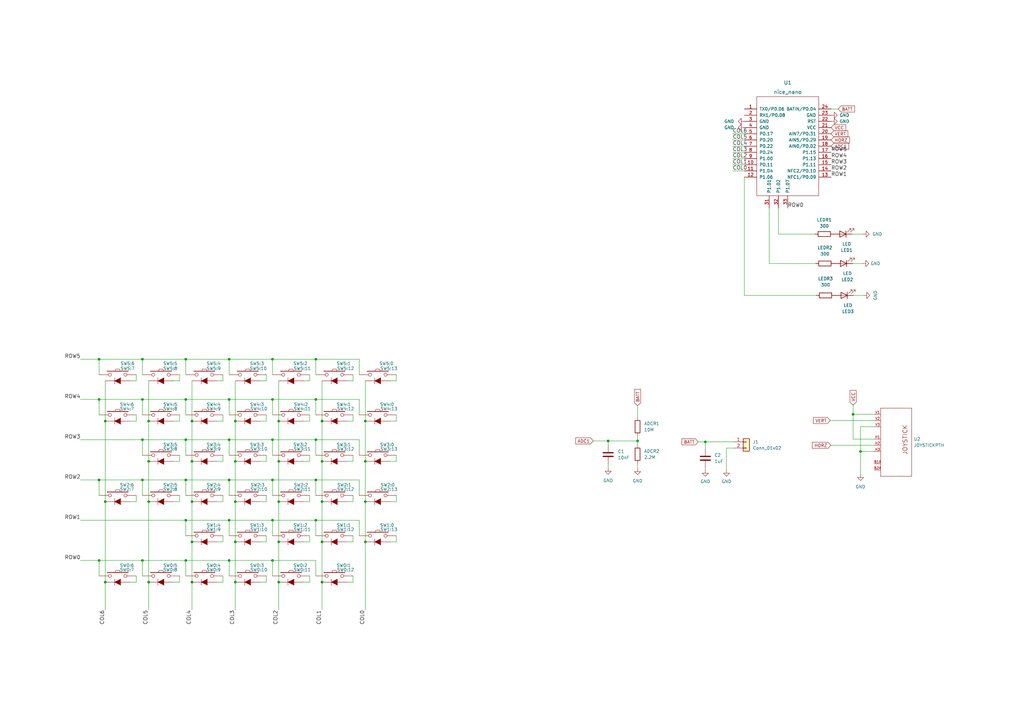
<source format=kicad_sch>
(kicad_sch (version 20211123) (generator eeschema)
  (paper "A3")
  (title_block (date "29 sep 2012"))
  (lib_symbols
    (symbol "Connector_Generic:Conn_01x02" (pin_names (offset 1.016) hide)
      (property "Reference" "J" (at 0 2.54 0))
      (property "Value" "Conn_01x02" (at 0 -5.08 0))
      (symbol "Conn_01x02_1_1"
        (rectangle (start -1.27 -2.413) (end 0 -2.667) (stroke (width 0.1524)))
        (rectangle (start -1.27 0.127) (end 0 -0.127) (stroke (width 0.1524)))
        (rectangle (start -1.27 1.27) (end 1.27 -3.81) (stroke (width 0.254)) (fill (type background)))
        (pin passive line (at -5.08 0 0) (length 3.81) (name "Pin_1") (number "1"))
        (pin passive line (at -5.08 -2.54 0) (length 3.81) (name "Pin_2") (number "2"))
      )
    )
    (symbol "Device:C" (pin_numbers hide) (pin_names (offset 0.254))
      (property "Reference" "C" (at 0.635 2.54 0))
      (property "Value" "C" (at 0.635 -2.54 0))
      (symbol "C_0_1"
        (polyline (pts (xy -2.032 -0.762) (xy 2.032 -0.762)) (stroke (width 0.508)))
        (polyline (pts (xy -2.032 0.762) (xy 2.032 0.762)) (stroke (width 0.508)))
      )
      (symbol "C_1_1"
        (pin passive line (at 0 3.81 270) (length 2.794) (name "~") (number "1"))
        (pin passive line (at 0 -3.81 90) (length 2.794) (name "~") (number "2"))
      )
    )
    (symbol "Device:LED" (pin_numbers hide) (pin_names (offset 1.016) hide)
      (property "Reference" "D" (at 0 2.54 0))
      (property "Value" "LED" (at 0 -2.54 0))
      (symbol "LED_0_1"
        (polyline (pts (xy -1.27 -1.27) (xy -1.27 1.27)) (stroke (width 0.254)))
        (polyline (pts (xy -1.27 0) (xy 1.27 0)))
        (polyline (pts (xy 1.27 -1.27) (xy 1.27 1.27) (xy -1.27 0) (xy 1.27 -1.27)) (stroke (width 0.254)))
        (polyline (pts (xy -3.048 -0.762) (xy -4.572 -2.286) (xy -3.81 -2.286) (xy -4.572 -2.286) (xy -4.572 -1.524)))
        (polyline (pts (xy -1.778 -0.762) (xy -3.302 -2.286) (xy -2.54 -2.286) (xy -3.302 -2.286) (xy -3.302 -1.524)))
      )
      (symbol "LED_1_1"
        (pin passive line (at -3.81 0 0) (length 2.54) (name "K") (number "1"))
        (pin passive line (at 3.81 0 180) (length 2.54) (name "A") (number "2"))
      )
    )
    (symbol "Device:R" (pin_numbers hide) (pin_names (offset 0))
      (property "Reference" "R" (at 2.032 0 90))
      (property "Value" "R" (at 0 0 90))
      (symbol "R_0_1"
        (rectangle (start -1.016 -2.54) (end 1.016 2.54) (stroke (width 0.254)))
      )
      (symbol "R_1_1"
        (pin passive line (at 0 3.81 270) (length 1.27) (name "~") (number "1"))
        (pin passive line (at 0 -3.81 90) (length 1.27) (name "~") (number "2"))
      )
    )
    (symbol "SparkFun:JOYSTICKPTH" (pin_names (offset 1.016) hide)
      (property "Reference" "U" (at -7.62 13.462 0))
      (property "Value" "JOYSTICKPTH" (at -7.62 -17.78 0))
      (symbol "JOYSTICKPTH_1_0"
        (polyline (pts (xy -7.62 -15.24) (xy -7.62 12.7)))
        (polyline (pts (xy -7.62 12.7) (xy 5.08 12.7)))
        (polyline (pts (xy 5.08 -15.24) (xy -7.62 -15.24)))
        (polyline (pts (xy 5.08 12.7) (xy 5.08 -15.24)))
        (text "JOYSTICK" (at 2.413 -0.254 900) (effects (font (size 1.778 1.778))))
      )
      (symbol "JOYSTICKPTH_1_1"
        (pin bidirectional line (at -10.16 -10.16 0) (length 2.54) (name "SEL+") (number "B1A"))
        (pin bidirectional line (at -10.16 -12.7 0) (length 2.54) (name "SEL-") (number "B2A"))
        (pin bidirectional line (at -10.16 0 0) (length 2.54) (name "H+") (number "H1"))
        (pin bidirectional line (at -10.16 -2.54 0) (length 2.54) (name "H") (number "H2"))
        (pin bidirectional line (at -10.16 -5.08 0) (length 2.54) (name "H-") (number "H3"))
        (pin bidirectional line (at -10.16 10.16 0) (length 2.54) (name "V+") (number "V1"))
        (pin bidirectional line (at -10.16 7.62 0) (length 2.54) (name "V") (number "V2"))
        (pin bidirectional line (at -10.16 5.08 0) (length 2.54) (name "V-") (number "V3"))
      )
    )
    (symbol "component:SWITCH_DIODE" (pin_numbers hide) (pin_names (offset 1.016) hide)
      (property "Reference" "SW" (at 3.81 2.794 0))
      (property "Value" "SWITCH_DIODE" (at 0 -2.032 0))
      (symbol "SWITCH_DIODE_0_1"
        (rectangle (start -4.318 1.27) (end 4.318 1.524))
        (polyline (pts (xy -1.27 -1.27) (xy -1.27 -3.81)))
        (polyline (pts (xy 1.27 -1.27) (xy -1.27 -2.54) (xy 1.27 -3.81)) (fill (type outline)))
        (polyline (pts (xy -1.016 1.524) (xy -0.762 2.286) (xy 0.762 2.286) (xy 1.016 1.524)))
        (pin passive inverted (at -7.62 0 0) (length 5.08) (name "1") (number "1"))
        (pin passive inverted (at 7.62 0 180) (length 5.08) (name "2") (number "2"))
      )
      (symbol "SWITCH_DIODE_1_1"
        (pin passive line (at 5.08 -2.54 180) (length 3.81) (name "A") (number "3"))
        (pin passive line (at -5.08 -2.54 0) (length 3.81) (name "K") (number "4"))
      )
    )
    (symbol "nice_nano:nice_nano" (pin_names (offset 1.016))
      (property "Reference" "U" (at 0 0 0))
      (property "Value" "nice_nano" (at 0 2.54 0))
      (symbol "nice_nano_0_1"
        (rectangle (start -12.7 -21.59) (end 12.7 19.05))
      )
      (symbol "nice_nano_1_1"
        (pin input line (at -17.78 13.97 0) (length 5.08) (name "TX0/P0.06") (number "1"))
        (pin input line (at -17.78 -8.89 0) (length 5.08) (name "P0.11") (number "10"))
        (pin input line (at -17.78 -11.43 0) (length 5.08) (name "P1.04") (number "11"))
        (pin input line (at -17.78 -13.97 0) (length 5.08) (name "P1.06") (number "12"))
        (pin input line (at 17.78 -13.97 180) (length 5.08) (name "NFC1/P0.09") (number "13"))
        (pin input line (at 17.78 -11.43 180) (length 5.08) (name "NFC2/P0.10") (number "14"))
        (pin input line (at 17.78 -8.89 180) (length 5.08) (name "P1.11") (number "15"))
        (pin input line (at 17.78 -6.35 180) (length 5.08) (name "P1.13") (number "16"))
        (pin input line (at 17.78 -3.81 180) (length 5.08) (name "P1.15") (number "17"))
        (pin input line (at 17.78 -1.27 180) (length 5.08) (name "AIN0/P0.02") (number "18"))
        (pin input line (at 17.78 1.27 180) (length 5.08) (name "AIN5/P0.29") (number "19"))
        (pin input line (at -17.78 11.43 0) (length 5.08) (name "RX1/P0.08") (number "2"))
        (pin input line (at 17.78 3.81 180) (length 5.08) (name "AIN7/P0.31") (number "20"))
        (pin input line (at 17.78 6.35 180) (length 5.08) (name "VCC") (number "21"))
        (pin input line (at 17.78 8.89 180) (length 5.08) (name "RST") (number "22"))
        (pin input line (at 17.78 11.43 180) (length 5.08) (name "GND") (number "23"))
        (pin input line (at 17.78 13.97 180) (length 5.08) (name "BATIN/P0.04") (number "24"))
        (pin input line (at -17.78 8.89 0) (length 5.08) (name "GND") (number "3"))
        (pin input line (at -7.62 -26.67 90) (length 5.08) (name "P1.01") (number "31"))
        (pin input line (at -3.81 -26.67 90) (length 5.08) (name "P1.02") (number "32"))
        (pin input line (at 0 -26.67 90) (length 5.08) (name "P1.07") (number "33"))
        (pin input line (at -17.78 6.35 0) (length 5.08) (name "GND") (number "4"))
        (pin input line (at -17.78 3.81 0) (length 5.08) (name "P0.17") (number "5"))
        (pin input line (at -17.78 1.27 0) (length 5.08) (name "P0.20") (number "6"))
        (pin input line (at -17.78 -1.27 0) (length 5.08) (name "P0.22") (number "7"))
        (pin input line (at -17.78 -3.81 0) (length 5.08) (name "P0.24") (number "8"))
        (pin input line (at -17.78 -6.35 0) (length 5.08) (name "P1.00") (number "9"))
      )
    )
    (symbol "power:GND" (power) (pin_names (offset 0))
      (property "Value" "GND" (at 0 -3.81 0))
      (symbol "GND_0_1"
        (polyline (pts (xy 0 0) (xy 0 -1.27) (xy 1.27 -1.27) (xy 0 -2.54) (xy -1.27 -1.27) (xy 0 -1.27)))
      )
      (symbol "GND_1_1"
        (pin power_in line (at 0 0 270) (length 0) hide (name "GND") (number "1"))
      )
    )
  )
  (junction (at 96.52 189.23))
  (junction (at 352.933 185.166))
  (junction (at 132.08 172.72))
  (junction (at 114.3 189.23))
  (junction (at 76.2 213.36))
  (junction (at 93.98 147.32))
  (junction (at 149.86 172.72))
  (junction (at 60.96 238.76))
  (junction (at 149.86 222.25))
  (junction (at 132.08 222.25))
  (junction (at 58.42 229.87))
  (junction (at 78.74 172.72))
  (junction (at 114.3 205.74))
  (junction (at 93.98 229.87))
  (junction (at 111.76 147.32))
  (junction (at 76.2 163.83))
  (junction (at 129.54 147.32))
  (junction (at 60.96 172.72))
  (junction (at 43.18 238.76))
  (junction (at 76.2 147.32))
  (junction (at 129.54 213.36))
  (junction (at 129.54 196.85))
  (junction (at 129.54 163.83))
  (junction (at 249.428 180.848))
  (junction (at 76.2 180.34))
  (junction (at 114.3 172.72))
  (junction (at 58.42 147.32))
  (junction (at 111.76 180.34))
  (junction (at 129.54 180.34))
  (junction (at 149.86 205.74))
  (junction (at 111.76 196.85))
  (junction (at 40.64 196.85))
  (junction (at 43.18 205.74))
  (junction (at 111.76 229.87))
  (junction (at 114.3 238.76))
  (junction (at 96.52 205.74))
  (junction (at 58.42 196.85))
  (junction (at 111.76 213.36))
  (junction (at 78.74 238.76))
  (junction (at 149.86 189.23))
  (junction (at 60.96 189.23))
  (junction (at 132.08 238.76))
  (junction (at 114.3 222.25))
  (junction (at 78.74 189.23))
  (junction (at 78.74 222.25))
  (junction (at 96.52 222.25))
  (junction (at 40.64 147.32))
  (junction (at 76.2 196.85))
  (junction (at 60.96 205.74))
  (junction (at 289.306 181.229))
  (junction (at 132.08 189.23))
  (junction (at 349.885 169.926))
  (junction (at 111.76 163.83))
  (junction (at 93.98 180.34))
  (junction (at 58.42 163.83))
  (junction (at 93.98 213.36))
  (junction (at 93.98 163.83))
  (junction (at 40.64 229.87))
  (junction (at 76.2 229.87))
  (junction (at 43.18 172.72))
  (junction (at 78.74 205.74))
  (junction (at 132.08 205.74))
  (junction (at 96.52 172.72))
  (junction (at 261.493 180.848))
  (junction (at 93.98 196.85))
  (junction (at 40.64 163.83))
  (junction (at 58.42 180.34))
  (junction (at 96.52 238.76))
  (wire (pts (xy 33.02 213.36) (xy 76.2 213.36)))
  (wire (pts (xy 91.44 189.23) (xy 88.9 189.23)))
  (wire (pts (xy 40.64 153.67) (xy 40.64 147.32)))
  (wire (pts (xy 127 189.23) (xy 127 186.69)))
  (wire (pts (xy 114.3 156.21) (xy 114.3 172.72)))
  (wire (pts (xy 243.332 180.848) (xy 249.428 180.848)))
  (wire (pts (xy 349.885 180.086) (xy 349.885 169.926)))
  (wire (pts (xy 343.789 44.704) (xy 340.868 44.704)))
  (wire (pts (xy 91.44 172.72) (xy 91.44 170.18)))
  (wire (pts (xy 129.54 147.32) (xy 147.32 147.32)))
  (wire (pts (xy 78.74 238.76) (xy 78.74 250.19)))
  (wire (pts (xy 60.96 205.74) (xy 60.96 238.76)))
  (wire (pts (xy 114.3 205.74) (xy 114.3 222.25)))
  (wire (pts (xy 289.306 181.229) (xy 300.99 181.229)))
  (wire (pts (xy 76.2 229.87) (xy 93.98 229.87)))
  (wire (pts (xy 127 238.76) (xy 124.46 238.76)))
  (wire (pts (xy 111.76 147.32) (xy 129.54 147.32)))
  (wire (pts (xy 111.76 213.36) (xy 129.54 213.36)))
  (wire (pts (xy 149.86 189.23) (xy 149.86 205.74)))
  (wire (pts (xy 60.96 172.72) (xy 60.96 189.23)))
  (wire (pts (xy 129.54 196.85) (xy 147.32 196.85)))
  (wire (pts (xy 93.98 180.34) (xy 111.76 180.34)))
  (wire (pts (xy 162.56 222.25) (xy 162.56 219.71)))
  (wire (pts (xy 93.98 180.34) (xy 93.98 186.69)))
  (wire (pts (xy 127 222.25) (xy 127 219.71)))
  (wire (pts (xy 132.08 205.74) (xy 132.08 222.25)))
  (wire (pts (xy 127 172.72) (xy 127 170.18)))
  (wire (pts (xy 127 205.74) (xy 127 203.2)))
  (wire (pts (xy 93.98 147.32) (xy 111.76 147.32)))
  (wire (pts (xy 124.46 222.25) (xy 127 222.25)))
  (wire (pts (xy 109.22 156.21) (xy 109.22 153.67)))
  (wire (pts (xy 289.306 191.77) (xy 289.306 192.786)))
  (wire (pts (xy 144.78 222.25) (xy 144.78 219.71)))
  (wire (pts (xy 162.56 189.23) (xy 162.56 186.69)))
  (wire (pts (xy 76.2 196.85) (xy 93.98 196.85)))
  (wire (pts (xy 43.18 156.21) (xy 43.18 172.72)))
  (wire (pts (xy 300.99 183.769) (xy 297.942 183.769)))
  (wire (pts (xy 93.98 229.87) (xy 93.98 236.22)))
  (wire (pts (xy 96.52 172.72) (xy 96.52 189.23)))
  (wire (pts (xy 73.66 205.74) (xy 73.66 203.2)))
  (wire (pts (xy 111.76 229.87) (xy 129.54 229.87)))
  (wire (pts (xy 111.76 180.34) (xy 129.54 180.34)))
  (wire (pts (xy 114.3 172.72) (xy 114.3 189.23)))
  (wire (pts (xy 142.24 172.72) (xy 144.78 172.72)))
  (wire (pts (xy 71.12 156.21) (xy 73.66 156.21)))
  (wire (pts (xy 76.2 180.34) (xy 93.98 180.34)))
  (wire (pts (xy 124.46 205.74) (xy 127 205.74)))
  (wire (pts (xy 132.08 156.21) (xy 132.08 172.72)))
  (wire (pts (xy 160.02 172.72) (xy 162.56 172.72)))
  (wire (pts (xy 160.02 205.74) (xy 162.56 205.74)))
  (wire (pts (xy 106.68 172.72) (xy 109.22 172.72)))
  (wire (pts (xy 88.9 156.21) (xy 91.44 156.21)))
  (wire (pts (xy 149.86 222.25) (xy 149.86 250.19)))
  (wire (pts (xy 106.68 156.21) (xy 109.22 156.21)))
  (wire (pts (xy 129.54 180.34) (xy 129.54 186.69)))
  (wire (pts (xy 40.64 147.32) (xy 58.42 147.32)))
  (wire (pts (xy 297.942 183.769) (xy 297.942 192.786)))
  (wire (pts (xy 114.3 222.25) (xy 114.3 238.76)))
  (wire (pts (xy 340.741 182.626) (xy 358.648 182.626)))
  (wire (pts (xy 106.68 222.25) (xy 109.22 222.25)))
  (wire (pts (xy 129.54 213.36) (xy 129.54 219.71)))
  (wire (pts (xy 73.66 156.21) (xy 73.66 153.67)))
  (wire (pts (xy 132.08 222.25) (xy 132.08 238.76)))
  (wire (pts (xy 249.428 180.848) (xy 261.493 180.848)))
  (wire (pts (xy 78.74 156.21) (xy 78.74 172.72)))
  (wire (pts (xy 162.56 205.74) (xy 162.56 203.2)))
  (wire (pts (xy 300.482 70.104) (xy 305.308 70.104)))
  (wire (pts (xy 129.54 163.83) (xy 147.32 163.83)))
  (wire (pts (xy 149.86 172.72) (xy 149.86 189.23)))
  (wire (pts (xy 88.9 205.74) (xy 91.44 205.74)))
  (wire (pts (xy 124.46 189.23) (xy 127 189.23)))
  (wire (pts (xy 129.54 229.87) (xy 129.54 236.22)))
  (wire (pts (xy 76.2 229.87) (xy 76.2 236.22)))
  (wire (pts (xy 144.78 205.74) (xy 144.78 203.2)))
  (wire (pts (xy 73.66 189.23) (xy 73.66 186.69)))
  (wire (pts (xy 53.34 172.72) (xy 55.88 172.72)))
  (wire (pts (xy 93.98 213.36) (xy 111.76 213.36)))
  (wire (pts (xy 58.42 229.87) (xy 58.42 236.22)))
  (wire (pts (xy 111.76 163.83) (xy 111.76 170.18)))
  (wire (pts (xy 289.306 181.229) (xy 289.306 184.15)))
  (wire (pts (xy 96.52 222.25) (xy 96.52 238.76)))
  (wire (pts (xy 40.64 163.83) (xy 58.42 163.83)))
  (wire (pts (xy 109.22 172.72) (xy 109.22 170.18)))
  (wire (pts (xy 76.2 196.85) (xy 76.2 203.2)))
  (wire (pts (xy 349.504 96.012) (xy 353.949 96.012)))
  (wire (pts (xy 147.32 163.83) (xy 147.32 170.18)))
  (wire (pts (xy 88.9 238.76) (xy 91.44 238.76)))
  (wire (pts (xy 58.42 180.34) (xy 58.42 186.69)))
  (wire (pts (xy 127 156.21) (xy 127 153.67)))
  (wire (pts (xy 261.493 190.119) (xy 261.493 192.151)))
  (wire (pts (xy 60.96 189.23) (xy 60.96 205.74)))
  (wire (pts (xy 109.22 205.74) (xy 109.22 203.2)))
  (wire (pts (xy 261.493 178.816) (xy 261.493 180.848)))
  (wire (pts (xy 109.22 238.76) (xy 106.68 238.76)))
  (wire (pts (xy 124.46 156.21) (xy 127 156.21)))
  (wire (pts (xy 305.308 72.644) (xy 305.308 121.158)))
  (wire (pts (xy 109.22 236.22) (xy 109.22 238.76)))
  (wire (pts (xy 71.12 205.74) (xy 73.66 205.74)))
  (wire (pts (xy 144.78 172.72) (xy 144.78 170.18)))
  (wire (pts (xy 76.2 147.32) (xy 76.2 153.67)))
  (wire (pts (xy 261.493 166.37) (xy 261.493 171.196)))
  (wire (pts (xy 58.42 163.83) (xy 76.2 163.83)))
  (wire (pts (xy 58.42 196.85) (xy 58.42 203.2)))
  (wire (pts (xy 93.98 229.87) (xy 111.76 229.87)))
  (wire (pts (xy 96.52 189.23) (xy 96.52 205.74)))
  (wire (pts (xy 78.74 172.72) (xy 78.74 189.23)))
  (wire (pts (xy 111.76 147.32) (xy 111.76 153.67)))
  (wire (pts (xy 76.2 180.34) (xy 76.2 186.69)))
  (wire (pts (xy 43.18 238.76) (xy 43.18 250.19)))
  (wire (pts (xy 111.76 229.87) (xy 111.76 236.22)))
  (wire (pts (xy 91.44 222.25) (xy 91.44 219.71)))
  (wire (pts (xy 93.98 196.85) (xy 111.76 196.85)))
  (wire (pts (xy 55.88 172.72) (xy 55.88 170.18)))
  (wire (pts (xy 58.42 147.32) (xy 58.42 153.67)))
  (wire (pts (xy 55.88 205.74) (xy 55.88 203.2)))
  (wire (pts (xy 147.32 196.85) (xy 147.32 203.2)))
  (wire (pts (xy 124.46 172.72) (xy 127 172.72)))
  (wire (pts (xy 144.78 156.21) (xy 144.78 153.67)))
  (wire (pts (xy 73.66 172.72) (xy 73.66 170.18)))
  (wire (pts (xy 129.54 196.85) (xy 129.54 203.2)))
  (wire (pts (xy 93.98 196.85) (xy 93.98 203.2)))
  (wire (pts (xy 60.96 238.76) (xy 60.96 250.19)))
  (wire (pts (xy 76.2 147.32) (xy 93.98 147.32)))
  (wire (pts (xy 43.18 205.74) (xy 43.18 238.76)))
  (wire (pts (xy 78.74 189.23) (xy 78.74 205.74)))
  (wire (pts (xy 352.933 175.006) (xy 352.933 185.166)))
  (wire (pts (xy 111.76 163.83) (xy 129.54 163.83)))
  (wire (pts (xy 286.385 181.229) (xy 289.306 181.229)))
  (wire (pts (xy 71.12 238.76) (xy 73.66 238.76)))
  (wire (pts (xy 147.32 180.34) (xy 147.32 186.69)))
  (wire (pts (xy 149.86 205.74) (xy 149.86 222.25)))
  (wire (pts (xy 88.9 172.72) (xy 91.44 172.72)))
  (wire (pts (xy 319.278 96.012) (xy 334.264 96.012)))
  (wire (pts (xy 91.44 238.76) (xy 91.44 236.22)))
  (wire (pts (xy 129.54 163.83) (xy 129.54 170.18)))
  (wire (pts (xy 40.64 196.85) (xy 58.42 196.85)))
  (wire (pts (xy 76.2 163.83) (xy 76.2 170.18)))
  (wire (pts (xy 111.76 180.34) (xy 111.76 186.69)))
  (wire (pts (xy 300.482 57.404) (xy 305.308 57.404)))
  (wire (pts (xy 129.54 180.34) (xy 147.32 180.34)))
  (wire (pts (xy 114.3 238.76) (xy 114.3 250.19)))
  (wire (pts (xy 40.64 229.87) (xy 58.42 229.87)))
  (wire (pts (xy 349.885 169.926) (xy 358.648 169.926)))
  (wire (pts (xy 300.482 65.024) (xy 305.308 65.024)))
  (wire (pts (xy 261.493 180.848) (xy 261.493 182.499)))
  (wire (pts (xy 249.428 190.246) (xy 249.428 192.024)))
  (wire (pts (xy 53.34 238.76) (xy 55.88 238.76)))
  (wire (pts (xy 58.42 147.32) (xy 76.2 147.32)))
  (wire (pts (xy 300.482 59.944) (xy 305.308 59.944)))
  (wire (pts (xy 319.278 85.344) (xy 319.278 96.012)))
  (wire (pts (xy 132.08 238.76) (xy 132.08 250.19)))
  (wire (pts (xy 93.98 163.83) (xy 93.98 170.18)))
  (wire (pts (xy 60.96 156.21) (xy 60.96 172.72)))
  (wire (pts (xy 353.822 108.077) (xy 349.758 108.077)))
  (wire (pts (xy 33.02 229.87) (xy 40.64 229.87)))
  (wire (pts (xy 350.012 121.158) (xy 354.203 121.158)))
  (wire (pts (xy 300.482 67.564) (xy 305.308 67.564)))
  (wire (pts (xy 78.74 205.74) (xy 78.74 222.25)))
  (wire (pts (xy 91.44 156.21) (xy 91.44 153.67)))
  (wire (pts (xy 58.42 163.83) (xy 58.42 170.18)))
  (wire (pts (xy 96.52 238.76) (xy 96.52 250.19)))
  (wire (pts (xy 73.66 238.76) (xy 73.66 236.22)))
  (wire (pts (xy 40.64 170.18) (xy 40.64 163.83)))
  (wire (pts (xy 162.56 172.72) (xy 162.56 170.18)))
  (wire (pts (xy 111.76 213.36) (xy 111.76 219.71)))
  (wire (pts (xy 91.44 205.74) (xy 91.44 203.2)))
  (wire (pts (xy 147.32 147.32) (xy 147.32 153.67)))
  (wire (pts (xy 358.648 180.086) (xy 349.885 180.086)))
  (wire (pts (xy 106.68 205.74) (xy 109.22 205.74)))
  (wire (pts (xy 114.3 189.23) (xy 114.3 205.74)))
  (wire (pts (xy 43.18 172.72) (xy 43.18 205.74)))
  (wire (pts (xy 142.24 222.25) (xy 144.78 222.25)))
  (wire (pts (xy 315.468 108.077) (xy 334.518 108.077)))
  (wire (pts (xy 33.02 196.85) (xy 40.64 196.85)))
  (wire (pts (xy 96.52 156.21) (xy 96.52 172.72)))
  (wire (pts (xy 88.9 222.25) (xy 91.44 222.25)))
  (wire (pts (xy 76.2 213.36) (xy 93.98 213.36)))
  (wire (pts (xy 160.02 222.25) (xy 162.56 222.25)))
  (wire (pts (xy 142.24 156.21) (xy 144.78 156.21)))
  (wire (pts (xy 127 236.22) (xy 127 238.76)))
  (wire (pts (xy 55.88 156.21) (xy 55.88 153.67)))
  (wire (pts (xy 160.02 189.23) (xy 162.56 189.23)))
  (wire (pts (xy 111.76 196.85) (xy 129.54 196.85)))
  (wire (pts (xy 162.56 156.21) (xy 162.56 153.67)))
  (wire (pts (xy 129.54 213.36) (xy 147.32 213.36)))
  (wire (pts (xy 76.2 163.83) (xy 93.98 163.83)))
  (wire (pts (xy 129.54 147.32) (xy 129.54 153.67)))
  (wire (pts (xy 109.22 222.25) (xy 109.22 219.71)))
  (wire (pts (xy 349.885 166.116) (xy 349.885 169.926)))
  (wire (pts (xy 300.482 54.864) (xy 305.308 54.864)))
  (wire (pts (xy 93.98 163.83) (xy 111.76 163.83)))
  (wire (pts (xy 315.468 85.344) (xy 315.468 108.077)))
  (wire (pts (xy 96.52 205.74) (xy 96.52 222.25)))
  (wire (pts (xy 340.487 172.466) (xy 358.648 172.466)))
  (wire (pts (xy 142.24 205.74) (xy 144.78 205.74)))
  (wire (pts (xy 40.64 203.2) (xy 40.64 196.85)))
  (wire (pts (xy 71.12 172.72) (xy 73.66 172.72)))
  (wire (pts (xy 33.02 180.34) (xy 58.42 180.34)))
  (wire (pts (xy 58.42 229.87) (xy 76.2 229.87)))
  (wire (pts (xy 33.02 147.32) (xy 40.64 147.32)))
  (wire (pts (xy 33.02 163.83) (xy 40.64 163.83)))
  (wire (pts (xy 142.24 189.23) (xy 144.78 189.23)))
  (wire (pts (xy 58.42 180.34) (xy 76.2 180.34)))
  (wire (pts (xy 358.648 185.166) (xy 352.933 185.166)))
  (wire (pts (xy 93.98 213.36) (xy 93.98 219.71)))
  (wire (pts (xy 147.32 213.36) (xy 147.32 219.71)))
  (wire (pts (xy 55.88 238.76) (xy 55.88 236.22)))
  (wire (pts (xy 91.44 186.69) (xy 91.44 189.23)))
  (wire (pts (xy 132.08 172.72) (xy 132.08 189.23)))
  (wire (pts (xy 142.24 238.76) (xy 144.78 238.76)))
  (wire (pts (xy 352.933 185.166) (xy 352.933 194.564)))
  (wire (pts (xy 76.2 213.36) (xy 76.2 219.71)))
  (wire (pts (xy 305.308 121.158) (xy 334.772 121.158)))
  (wire (pts (xy 93.98 147.32) (xy 93.98 153.67)))
  (wire (pts (xy 132.08 189.23) (xy 132.08 205.74)))
  (wire (pts (xy 78.74 222.25) (xy 78.74 238.76)))
  (wire (pts (xy 144.78 189.23) (xy 144.78 186.69)))
  (wire (pts (xy 249.428 180.848) (xy 249.428 182.626)))
  (wire (pts (xy 109.22 189.23) (xy 109.22 186.69)))
  (wire (pts (xy 53.34 205.74) (xy 55.88 205.74)))
  (wire (pts (xy 300.482 62.484) (xy 305.308 62.484)))
  (wire (pts (xy 58.42 196.85) (xy 76.2 196.85)))
  (wire (pts (xy 40.64 236.22) (xy 40.64 229.87)))
  (wire (pts (xy 149.86 156.21) (xy 149.86 172.72)))
  (wire (pts (xy 106.68 189.23) (xy 109.22 189.23)))
  (wire (pts (xy 71.12 189.23) (xy 73.66 189.23)))
  (wire (pts (xy 144.78 238.76) (xy 144.78 236.22)))
  (wire (pts (xy 53.34 156.21) (xy 55.88 156.21)))
  (wire (pts (xy 358.648 175.006) (xy 352.933 175.006)))
  (wire (pts (xy 111.76 196.85) (xy 111.76 203.2)))
  (wire (pts (xy 160.02 156.21) (xy 162.56 156.21)))
  (label "ROW0" (at 33.02 229.87 180) (effects (font (size 1.524 1.524))))
  (label "COL5" (at 60.96 250.19 270) (effects (font (size 1.524 1.524))))
  (label "ROW3" (at 340.868 67.564 0) (effects (font (size 1.524 1.524))))
  (label "COL5" (at 300.482 57.404 0) (effects (font (size 1.524 1.524))))
  (label "COL6" (at 300.482 54.864 0) (effects (font (size 1.524 1.524))))
  (label "COL1" (at 132.08 250.19 270) (effects (font (size 1.524 1.524))))
  (label "COL4" (at 78.74 250.19 270) (effects (font (size 1.524 1.524))))
  (label "ROW5" (at 33.02 147.32 180) (effects (font (size 1.524 1.524))))
  (label "COL4" (at 300.482 59.944 0) (effects (font (size 1.524 1.524))))
  (label "ROW1" (at 33.02 213.36 180) (effects (font (size 1.524 1.524))))
  (label "COL0" (at 149.86 250.19 270) (effects (font (size 1.524 1.524))))
  (label "ROW5" (at 340.868 62.484 0) (effects (font (size 1.524 1.524))))
  (label "COL1" (at 300.482 67.564 0) (effects (font (size 1.524 1.524))))
  (label "COL2" (at 114.3 250.19 270) (effects (font (size 1.524 1.524))))
  (label "ROW1" (at 340.868 72.644 0) (effects (font (size 1.524 1.524))))
  (label "COL0" (at 300.482 70.104 0) (effects (font (size 1.524 1.524))))
  (label "COL6" (at 43.18 250.19 270) (effects (font (size 1.524 1.524))))
  (label "ROW4" (at 33.02 163.83 180) (effects (font (size 1.524 1.524))))
  (label "ROW3" (at 33.02 180.34 180) (effects (font (size 1.524 1.524))))
  (label "ROW0" (at 323.088 85.344 0) (effects (font (size 1.524 1.524))))
  (label "COL3" (at 300.482 62.484 0) (effects (font (size 1.524 1.524))))
  (label "COL3" (at 96.52 250.19 270) (effects (font (size 1.524 1.524))))
  (label "ROW4" (at 340.868 65.024 0) (effects (font (size 1.524 1.524))))
  (label "ROW2" (at 340.868 70.104 0) (effects (font (size 1.524 1.524))))
  (label "ROW2" (at 33.02 196.85 180) (effects (font (size 1.524 1.524))))
  (label "COL2" (at 300.482 65.024 0) (effects (font (size 1.524 1.524))))
  (global_label "HORZ" (shape input) (at 340.868 57.404 0) (property "Intersheet References" "${INTERSHEET_REFS}" (effects hide)))
  (global_label "VCC" (shape input) (at 340.868 52.324 0) (property "Intersheet References" "${INTERSHEET_REFS}" (effects hide)))
  (global_label "VCC" (shape input) (at 349.885 166.116 90) (property "Intersheet References" "${INTERSHEET_REFS}" (effects hide)))
  (global_label "BATT" (shape input) (at 286.385 181.229 180) (property "Intersheet References" "${INTERSHEET_REFS}" (effects hide)))
  (global_label "HORZ" (shape input) (at 340.741 182.626 180) (property "Intersheet References" "${INTERSHEET_REFS}" (effects hide)))
  (global_label "BATT" (shape input) (at 343.789 44.704 0) (property "Intersheet References" "${INTERSHEET_REFS}" (effects hide)))
  (global_label "ADC1" (shape input) (at 340.868 59.944 0) (property "Intersheet References" "${INTERSHEET_REFS}" (effects hide)))
  (global_label "ADC1" (shape input) (at 243.332 180.848 180) (property "Intersheet References" "${INTERSHEET_REFS}" (effects hide)))
  (global_label "VERT" (shape input) (at 340.487 172.466 180) (property "Intersheet References" "${INTERSHEET_REFS}" (effects hide)))
  (global_label "BATT" (shape input) (at 261.493 166.37 90) (property "Intersheet References" "${INTERSHEET_REFS}" (effects hide)))
  (global_label "VERT" (shape input) (at 340.868 54.864 0) (property "Intersheet References" "${INTERSHEET_REFS}" (effects hide)))
  (symbol (lib_id "component:SWITCH_DIODE") (at 101.6 236.22 0) (unit 1)
    (property "Reference" "SW0:10" (at 106.172 233.68 0))
    (property "Value" "SW0:3" (at 105.41 231.902 0))
    (property "Footprint" "Enhance:Kailh_socket_diode_smd" (effects hide))
  )
  (symbol (lib_id "component:SWITCH_DIODE") (at 48.26 170.18 0) (unit 1)
    (property "Reference" "SW4:7" (at 52.07 167.64 0))
    (property "Value" "SW4:6" (at 52.07 165.862 0))
    (property "Footprint" "Enhance:Kailh_socket_diode_smd" (effects hide))
  )
  (symbol (lib_id "component:SWITCH_DIODE") (at 66.04 170.18 0) (unit 1)
    (property "Reference" "SW4:8" (at 69.85 167.64 0))
    (property "Value" "SW4:5" (at 69.85 165.862 0))
    (property "Footprint" "Enhance:Kailh_socket_diode_smd" (effects hide))
  )
  (symbol (lib_id "component:SWITCH_DIODE") (at 137.16 170.18 0) (unit 1)
    (property "Reference" "SW4:12" (at 141.732 167.64 0))
    (property "Value" "SW4:1" (at 140.97 165.862 0))
    (property "Footprint" "Enhance:Kailh_socket_diode_smd" (effects hide))
  )
  (symbol (lib_id "component:SWITCH_DIODE") (at 119.38 170.18 0) (unit 1)
    (property "Reference" "SW4:11" (at 123.952 167.64 0))
    (property "Value" "SW4:2" (at 123.444 165.862 0))
    (property "Footprint" "Enhance:Kailh_socket_diode_smd" (effects hide))
  )
  (symbol (lib_id "component:SWITCH_DIODE") (at 101.6 170.18 0) (unit 1)
    (property "Reference" "SW4:10" (at 106.172 167.64 0))
    (property "Value" "SW4:3" (at 105.41 165.862 0))
    (property "Footprint" "Enhance:Kailh_socket_diode_smd" (effects hide))
  )
  (symbol (lib_id "component:SWITCH_DIODE") (at 83.82 170.18 0) (unit 1)
    (property "Reference" "SW4:9" (at 87.63 167.64 0))
    (property "Value" "SW4:4" (at 87.63 165.862 0))
    (property "Footprint" "Enhance:Kailh_socket_diode_smd" (effects hide))
  )
  (symbol (lib_id "component:SWITCH_DIODE") (at 154.94 170.18 0) (unit 1)
    (property "Reference" "SW4:13" (at 159.512 167.64 0))
    (property "Value" "SW4:0" (at 158.75 165.862 0))
    (property "Footprint" "Enhance:Kailh_socket_diode_smd" (effects hide))
  )
  (symbol (lib_id "component:SWITCH_DIODE") (at 137.16 186.69 0) (unit 1)
    (property "Reference" "SW3:12" (at 141.732 184.15 0))
    (property "Value" "SW3:1" (at 140.97 182.372 0))
    (property "Footprint" "Enhance:Kailh_socket_diode_smd" (effects hide))
  )
  (symbol (lib_id "component:SWITCH_DIODE") (at 119.38 186.69 0) (unit 1)
    (property "Reference" "SW3:11" (at 123.952 184.15 0))
    (property "Value" "SW3:2" (at 123.19 182.372 0))
    (property "Footprint" "Enhance:Kailh_socket_diode_smd" (effects hide))
  )
  (symbol (lib_id "component:SWITCH_DIODE") (at 101.6 186.69 0) (unit 1)
    (property "Reference" "SW3:10" (at 106.172 184.15 0))
    (property "Value" "SW3:3" (at 105.41 182.372 0))
    (property "Footprint" "Enhance:Kailh_socket_diode_smd" (effects hide))
  )
  (symbol (lib_id "component:SWITCH_DIODE") (at 83.82 186.69 0) (unit 1)
    (property "Reference" "SW3:9" (at 87.63 184.15 0))
    (property "Value" "SW3:4" (at 87.63 182.372 0))
    (property "Footprint" "Enhance:Kailh_socket_diode_smd" (effects hide))
  )
  (symbol (lib_id "component:SWITCH_DIODE") (at 66.04 186.69 0) (unit 1)
    (property "Reference" "SW3:8" (at 69.85 184.15 0))
    (property "Value" "SW3:5" (at 69.85 182.372 0))
    (property "Footprint" "Enhance:Kailh_socket_diode_smd" (effects hide))
  )
  (symbol (lib_id "component:SWITCH_DIODE") (at 83.82 219.71 0) (unit 1)
    (property "Reference" "SW1:9" (at 87.63 217.17 0))
    (property "Value" "SW1:4" (at 87.63 215.392 0))
    (property "Footprint" "Enhance:Kailh_socket_diode_smd" (effects hide))
  )
  (symbol (lib_id "component:SWITCH_DIODE") (at 101.6 219.71 0) (unit 1)
    (property "Reference" "SW1:10" (at 106.172 217.17 0))
    (property "Value" "SW1:3" (at 105.41 215.392 0))
    (property "Footprint" "Enhance:Kailh_socket_diode_smd" (effects hide))
  )
  (symbol (lib_id "component:SWITCH_DIODE") (at 137.16 219.71 0) (unit 1)
    (property "Reference" "SW1:12" (at 141.732 217.17 0))
    (property "Value" "SW1:1" (at 140.97 215.392 0))
    (property "Footprint" "Enhance:Kailh_socket_diode_smd" (effects hide))
  )
  (symbol (lib_id "component:SWITCH_DIODE") (at 137.16 203.2 0) (unit 1)
    (property "Reference" "SW2:12" (at 141.732 200.66 0))
    (property "Value" "SW2:1" (at 141.224 198.882 0))
    (property "Footprint" "Enhance:Kailh_socket_diode_smd" (effects hide))
  )
  (symbol (lib_id "component:SWITCH_DIODE") (at 119.38 203.2 0) (unit 1)
    (property "Reference" "SW2:11" (at 123.952 200.66 0))
    (property "Value" "SW2:2" (at 123.444 198.882 0))
    (property "Footprint" "Enhance:Kailh_socket_diode_smd" (effects hide))
  )
  (symbol (lib_id "component:SWITCH_DIODE") (at 101.6 203.2 0) (unit 1)
    (property "Reference" "SW2:10" (at 106.172 200.66 0))
    (property "Value" "SW2:3" (at 105.664 198.882 0))
    (property "Footprint" "Enhance:Kailh_socket_diode_smd" (effects hide))
  )
  (symbol (lib_id "component:SWITCH_DIODE") (at 83.82 203.2 0) (unit 1)
    (property "Reference" "SW2:9" (at 87.63 200.66 0))
    (property "Value" "SW2:4" (at 87.63 198.882 0))
    (property "Footprint" "Enhance:Kailh_socket_diode_smd" (effects hide))
  )
  (symbol (lib_id "component:SWITCH_DIODE") (at 66.04 203.2 0) (unit 1)
    (property "Reference" "SW2:8" (at 69.85 200.66 0))
    (property "Value" "SW2:5" (at 69.85 198.882 0))
    (property "Footprint" "Enhance:Kailh_socket_diode_smd" (effects hide))
  )
  (symbol (lib_id "component:SWITCH_DIODE") (at 48.26 203.2 0) (unit 1)
    (property "Reference" "SW2:7" (at 52.07 200.66 0))
    (property "Value" "SW2:6" (at 52.07 198.882 0))
    (property "Footprint" "Enhance:Kailh_socket_diode_smd" (effects hide))
  )
  (symbol (lib_id "component:SWITCH_DIODE") (at 154.94 186.69 0) (unit 1)
    (property "Reference" "SW3:13" (at 159.512 184.15 0))
    (property "Value" "SW3:0" (at 158.75 182.372 0))
    (property "Footprint" "Enhance:Kailh_socket_diode_smd" (effects hide))
  )
  (symbol (lib_id "component:SWITCH_DIODE") (at 154.94 219.71 0) (unit 1)
    (property "Reference" "SW1:13" (at 159.512 217.17 0))
    (property "Value" "SW1:0" (at 158.75 215.392 0))
    (property "Footprint" "Enhance:Kailh_socket_diode_smd" (effects hide))
  )
  (symbol (lib_id "component:SWITCH_DIODE") (at 154.94 203.2 0) (unit 1)
    (property "Reference" "SW2:13" (at 159.512 200.66 0))
    (property "Value" "SW2:0" (at 159.004 198.882 0))
    (property "Footprint" "Enhance:Kailh_socket_diode_smd" (effects hide))
  )
  (symbol (lib_id "component:SWITCH_DIODE") (at 119.38 236.22 0) (unit 1)
    (property "Reference" "SW0:11" (at 123.952 233.68 0))
    (property "Value" "SW0:2" (at 123.19 231.902 0))
    (property "Footprint" "Enhance:Kailh_socket_diode_smd" (effects hide))
  )
  (symbol (lib_id "component:SWITCH_DIODE") (at 137.16 236.22 0) (unit 1)
    (property "Reference" "SW0:12" (at 141.732 233.68 0))
    (property "Value" "SW0:1" (at 140.97 231.902 0))
    (property "Footprint" "Enhance:Kailh_socket_diode_smd" (effects hide))
  )
  (symbol (lib_id "component:SWITCH_DIODE") (at 48.26 236.22 0) (unit 1)
    (property "Reference" "SW0:7" (at 52.07 233.68 0))
    (property "Value" "SW0:6" (at 52.07 231.902 0))
    (property "Footprint" "Enhance:Kailh_socket_diode_smd" (effects hide))
  )
  (symbol (lib_id "component:SWITCH_DIODE") (at 66.04 236.22 0) (unit 1)
    (property "Reference" "SW0:8" (at 69.85 233.68 0))
    (property "Value" "SW0:5" (at 69.85 231.902 0))
    (property "Footprint" "Enhance:Kailh_socket_diode_smd" (effects hide))
  )
  (symbol (lib_id "component:SWITCH_DIODE") (at 83.82 236.22 0) (unit 1)
    (property "Reference" "SW0:9" (at 87.63 233.68 0))
    (property "Value" "SW0:4" (at 87.63 231.902 0))
    (property "Footprint" "Enhance:Kailh_socket_diode_smd" (effects hide))
  )
  (symbol (lib_id "component:SWITCH_DIODE") (at 119.38 219.71 0) (unit 1)
    (property "Reference" "SW1:11" (at 123.952 217.17 0))
    (property "Value" "SW1:2" (at 123.19 215.392 0))
    (property "Footprint" "Enhance:Kailh_socket_diode_smd" (effects hide))
  )
  (symbol (lib_id "component:SWITCH_DIODE") (at 154.94 153.67 0) (unit 1)
    (property "Reference" "SW5:13" (at 159.512 151.13 0))
    (property "Value" "SW5:0" (at 158.496 149.098 0))
    (property "Footprint" "Enhance:Kailh_socket_diode_smd" (effects hide))
  )
  (symbol (lib_id "component:SWITCH_DIODE") (at 83.82 153.67 0) (unit 1)
    (property "Reference" "SW5:9" (at 87.63 151.13 0))
    (property "Value" "SW5:4" (at 87.63 149.098 0))
    (property "Footprint" "Enhance:Kailh_socket_diode_smd" (effects hide))
  )
  (symbol (lib_id "component:SWITCH_DIODE") (at 101.6 153.67 0) (unit 1)
    (property "Reference" "SW5:10" (at 105.918 151.13 0))
    (property "Value" "SW5:3" (at 105.41 149.098 0))
    (property "Footprint" "Enhance:Kailh_socket_diode_smd" (effects hide))
  )
  (symbol (lib_id "component:SWITCH_DIODE") (at 119.38 153.67 0) (unit 1)
    (property "Reference" "SW5:11" (at 123.952 151.13 0))
    (property "Value" "SW5:2" (at 123.19 149.098 0))
    (property "Footprint" "Enhance:Kailh_socket_diode_smd" (effects hide))
  )
  (symbol (lib_id "component:SWITCH_DIODE") (at 137.16 153.67 0) (unit 1)
    (property "Reference" "SW5:12" (at 141.732 151.13 0))
    (property "Value" "SW5:1" (at 140.97 149.098 0))
    (property "Footprint" "Enhance:Kailh_socket_diode_smd" (effects hide))
  )
  (symbol (lib_id "component:SWITCH_DIODE") (at 66.04 153.67 0) (unit 1)
    (property "Reference" "SW5:8" (at 69.85 151.13 0))
    (property "Value" "SW5:5" (at 69.85 149.098 0))
    (property "Footprint" "Enhance:Kailh_socket_diode_smd" (effects hide))
  )
  (symbol (lib_id "component:SWITCH_DIODE") (at 48.26 153.67 0) (unit 1)
    (property "Reference" "SW5:7" (at 52.324 151.13 0))
    (property "Value" "SW5:6" (at 52.324 149.098 0))
    (property "Footprint" "Enhance:Kailh_socket_diode_smd" (effects hide))
  )
  (symbol (lib_id "Connector_Generic:Conn_01x02") (at 306.07 181.229 0) (unit 1)
    (property "Reference" "J1" (at 308.737 181.2289 0) (effects (justify left)))
    (property "Value" "Conn_01x02" (at 308.737 183.7689 0) (effects (justify left)))
    (property "Footprint" "Connector_PinHeader_2.54mm:PinHeader_1x02_P2.54mm_Vertical" (effects hide))
  )
  (symbol (lib_id "Device:R") (at 338.328 108.077 270) (unit 1)
    (property "Reference" "LEDR2" (at 338.328 101.6 90))
    (property "Value" "300" (at 338.328 104.14 90))
    (property "Footprint" "Resistor_SMD:R_0805_2012Metric" (effects hide))
  )
  (symbol (lib_id "power:GND") (at 249.428 192.024 0) (unit 1)
    (property "Reference" "#PWR0107" (effects hide))
    (property "Value" "GND" (at 249.428 197.104 0))
  )
  (symbol (lib_id "power:GND") (at 297.942 192.786 0) (unit 1)
    (property "Reference" "#PWR0112" (effects hide))
    (property "Value" "GND" (at 297.942 197.485 0))
  )
  (symbol (lib_id "Device:R") (at 338.582 121.158 270) (unit 1)
    (property "Reference" "LEDR3" (at 338.582 114.3 90))
    (property "Value" "300" (at 338.582 116.84 90))
    (property "Footprint" "Resistor_SMD:R_0805_2012Metric" (effects hide))
  )
  (symbol (lib_id "Device:LED") (at 345.694 96.012 180) (unit 1)
    (property "Reference" "LED1" (at 347.2815 102.616 0))
    (property "Value" "LED" (at 347.2815 100.076 0))
    (property "Footprint" "LED_SMD:LED_0805_2012Metric" (effects hide))
  )
  (symbol (lib_id "Device:R") (at 261.493 175.006 0) (unit 1)
    (property "Reference" "ADCR1" (at 264.16 173.7359 0) (effects (justify left)))
    (property "Value" "10M" (at 264.16 176.2759 0) (effects (justify left)))
    (property "Footprint" "Resistor_SMD:R_0805_2012Metric" (effects hide))
  )
  (symbol (lib_id "power:GND") (at 305.308 49.784 270) (unit 1)
    (property "Reference" "#PWR0110" (effects hide))
    (property "Value" "GND" (at 301.117 49.7839 90) (effects (justify right)))
  )
  (symbol (lib_id "Device:C") (at 289.306 187.96 0) (unit 1)
    (property "Reference" "C2" (at 292.989 186.6899 0) (effects (justify left)))
    (property "Value" "1uF" (at 292.989 189.2299 0) (effects (justify left)))
    (property "Footprint" "Capacitor_SMD:C_0805_2012Metric" (effects hide))
  )
  (symbol (lib_id "power:GND") (at 354.203 121.158 90) (unit 1)
    (property "Reference" "#PWR0105" (effects hide))
    (property "Value" "GND" (at 359.029 121.158 0))
  )
  (symbol (lib_id "power:GND") (at 352.933 194.564 0) (unit 1)
    (property "Reference" "#PWR0106" (effects hide))
    (property "Value" "GND" (at 352.933 199.644 0))
  )
  (symbol (lib_id "power:GND") (at 305.308 52.324 270) (unit 1)
    (property "Reference" "#PWR0109" (effects hide))
    (property "Value" "GND" (at 301.117 52.3239 90) (effects (justify right)))
  )
  (symbol (lib_id "SparkFun:JOYSTICKPTH") (at 368.808 180.086 0) (unit 1)
    (property "Reference" "U2" (at 374.777 180.0859 0) (effects (justify left)))
    (property "Value" "JOYSTICKPTH" (at 374.777 182.6259 0) (effects (justify left)))
    (property "Footprint" "SparkFun:JOYSTICK" (effects hide))
  )
  (symbol (lib_id "power:GND") (at 340.868 47.244 90) (unit 1)
    (property "Reference" "#PWR0104" (effects hide))
    (property "Value" "GND" (at 344.297 47.2439 90) (effects (justify right)))
  )
  (symbol (lib_id "Device:LED") (at 346.202 121.158 180) (unit 1)
    (property "Reference" "LED3" (at 347.7895 127.762 0))
    (property "Value" "LED" (at 347.7895 125.222 0))
    (property "Footprint" "LED_SMD:LED_0805_2012Metric" (effects hide))
  )
  (symbol (lib_id "power:GND") (at 261.493 192.151 0) (unit 1)
    (property "Reference" "#PWR0108" (effects hide))
    (property "Value" "GND" (at 261.493 197.231 0))
  )
  (symbol (lib_id "Device:C") (at 249.428 186.436 0) (unit 1)
    (property "Reference" "C1" (at 253.365 185.1659 0) (effects (justify left)))
    (property "Value" "10nF" (at 253.365 187.7059 0) (effects (justify left)))
    (property "Footprint" "Capacitor_SMD:C_0805_2012Metric" (effects hide))
  )
  (symbol (lib_id "Device:LED") (at 345.948 108.077 180) (unit 1)
    (property "Reference" "LED2" (at 347.5355 114.681 0))
    (property "Value" "LED" (at 347.5355 112.141 0))
    (property "Footprint" "LED_SMD:LED_0805_2012Metric" (effects hide))
  )
  (symbol (lib_id "Device:R") (at 261.493 186.309 0) (unit 1)
    (property "Reference" "ADCR2" (at 264.16 185.0389 0) (effects (justify left)))
    (property "Value" "2.2M" (at 264.16 187.5789 0) (effects (justify left)))
    (property "Footprint" "Resistor_SMD:R_0805_2012Metric" (effects hide))
  )
  (symbol (lib_id "nice_nano:nice_nano") (at 323.088 58.674 0) (unit 1)
    (property "Reference" "U1" (at 323.088 33.909 0) (effects (font (size 1.524 1.524))))
    (property "Value" "nice_nano" (at 323.088 37.719 0) (effects (font (size 1.524 1.524))))
    (property "Footprint" "nice-nano:nice_nano" (effects hide))
  )
  (symbol (lib_id "power:GND") (at 353.949 96.012 90) (unit 1)
    (property "Reference" "#PWR0101" (effects hide))
    (property "Value" "GND" (at 357.759 96.0119 90) (effects (justify right)))
  )
  (symbol (lib_id "power:GND") (at 340.868 49.784 90) (unit 1)
    (property "Reference" "#PWR0103" (effects hide))
    (property "Value" "GND" (at 344.297 49.7839 90) (effects (justify right)))
  )
  (symbol (lib_id "power:GND") (at 289.306 192.786 0) (unit 1)
    (property "Reference" "#PWR0111" (effects hide))
    (property "Value" "GND" (at 289.306 197.485 0))
  )
  (symbol (lib_id "power:GND") (at 353.822 108.077 90) (unit 1)
    (property "Reference" "#PWR0102" (effects hide))
    (property "Value" "GND" (at 356.997 108.0769 90) (effects (justify right)))
  )
  (symbol (lib_id "Device:R") (at 338.074 96.012 270) (unit 1)
    (property "Reference" "LEDR1" (at 338.074 90.17 90))
    (property "Value" "300" (at 338.074 92.71 90))
    (property "Footprint" "Resistor_SMD:R_0805_2012Metric" (effects hide))
  )
)
</source>
